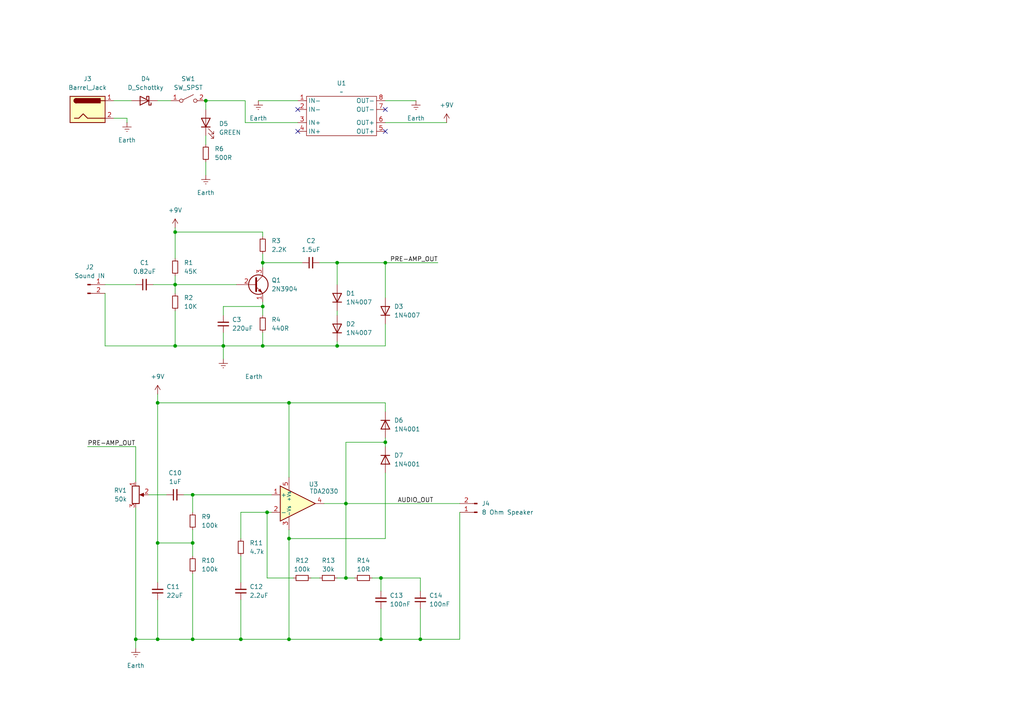
<source format=kicad_sch>
(kicad_sch (version 20231120) (generator "eeschema") (generator_version "8.0")
  (paper "A4")
  (lib_symbols
    (symbol "Amplifier_Audio:TDA2030" (pin_names (offset 0.127))
      (property "Reference" "U" (at 3.81 6.35 0))
      (property "Value" "TDA2030" (at 3.81 3.81 0))
      (symbol "TDA2030_0_1"
        (polyline (pts (xy -5.08 5.08) (xy 5.08 0) (xy -5.08 -5.08) (xy -5.08 5.08)) (stroke (width 0.254)) (fill (type background)))
      )
      (symbol "TDA2030_1_1"
        (pin input line (at -7.62 2.54 0) (length 2.54) (name "+") (number "1"))
        (pin input line (at -7.62 -2.54 0) (length 2.54) (name "-") (number "2"))
        (pin power_in line (at -2.54 -7.62 90) (length 3.81) (name "-Vs") (number "3"))
        (pin output line (at 7.62 0 180) (length 2.54) (name "~") (number "4"))
        (pin power_in line (at -2.54 7.62 270) (length 3.81) (name "+Vs") (number "5"))
      )
    )
    (symbol "Connector:Barrel_Jack" (pin_names (offset 1.016))
      (property "Reference" "J" (at 0 5.334 0))
      (property "Value" "Barrel_Jack" (at 0 -5.08 0))
      (symbol "Barrel_Jack_0_1"
        (rectangle (start -5.08 3.81) (end 5.08 -3.81) (stroke (width 0.254)) (fill (type background)))
        (arc (start -3.302 3.175) (mid -3.9343 2.54) (end -3.302 1.905) (stroke (width 0.254)))
        (arc (start -3.302 3.175) (mid -3.9343 2.54) (end -3.302 1.905) (stroke (width 0.254)) (fill (type outline)))
        (polyline (pts (xy 5.08 2.54) (xy 3.81 2.54)) (stroke (width 0.254)))
        (polyline (pts (xy -3.81 -2.54) (xy -2.54 -2.54) (xy -1.27 -1.27) (xy 0 -2.54) (xy 2.54 -2.54) (xy 5.08 -2.54)) (stroke (width 0.254)))
        (rectangle (start 3.683 3.175) (end -3.302 1.905) (stroke (width 0.254)) (fill (type outline)))
      )
      (symbol "Barrel_Jack_1_1"
        (pin passive line (at 7.62 2.54 180) (length 2.54) (name "~") (number "1"))
        (pin passive line (at 7.62 -2.54 180) (length 2.54) (name "~") (number "2"))
      )
    )
    (symbol "Connector:Conn_01x02_Pin" (pin_names (offset 1.016) hide)
      (property "Reference" "J" (at 0 2.54 0))
      (property "Value" "Conn_01x02_Pin" (at 0 -5.08 0))
      (symbol "Conn_01x02_Pin_1_1"
        (polyline (pts (xy 1.27 -2.54) (xy 0.8636 -2.54)) (stroke (width 0.1524)))
        (polyline (pts (xy 1.27 0) (xy 0.8636 0)) (stroke (width 0.1524)))
        (rectangle (start 0.8636 -2.413) (end 0 -2.667) (stroke (width 0.1524)) (fill (type outline)))
        (rectangle (start 0.8636 0.127) (end 0 -0.127) (stroke (width 0.1524)) (fill (type outline)))
        (pin passive line (at 5.08 0 180) (length 3.81) (name "Pin_1") (number "1"))
        (pin passive line (at 5.08 -2.54 180) (length 3.81) (name "Pin_2") (number "2"))
      )
    )
    (symbol "Device:C_Small" (pin_numbers hide) (pin_names (offset 0.254) hide)
      (property "Reference" "C" (at 0.254 1.778 0))
      (property "Value" "C_Small" (at 0.254 -2.032 0))
      (symbol "C_Small_0_1"
        (polyline (pts (xy -1.524 -0.508) (xy 1.524 -0.508)) (stroke (width 0.3302)))
        (polyline (pts (xy -1.524 0.508) (xy 1.524 0.508)) (stroke (width 0.3048)))
      )
      (symbol "C_Small_1_1"
        (pin passive line (at 0 2.54 270) (length 2.032) (name "~") (number "1"))
        (pin passive line (at 0 -2.54 90) (length 2.032) (name "~") (number "2"))
      )
    )
    (symbol "Device:D_Schottky" (pin_numbers hide) (pin_names (offset 1.016) hide)
      (property "Reference" "D" (at 0 2.54 0))
      (property "Value" "D_Schottky" (at 0 -2.54 0))
      (symbol "D_Schottky_0_1"
        (polyline (pts (xy 1.27 0) (xy -1.27 0)))
        (polyline (pts (xy 1.27 1.27) (xy 1.27 -1.27) (xy -1.27 0) (xy 1.27 1.27)) (stroke (width 0.254)))
        (polyline (pts (xy -1.905 0.635) (xy -1.905 1.27) (xy -1.27 1.27) (xy -1.27 -1.27) (xy -0.635 -1.27) (xy -0.635 -0.635)) (stroke (width 0.254)))
      )
      (symbol "D_Schottky_1_1"
        (pin passive line (at -3.81 0 0) (length 2.54) (name "K") (number "1"))
        (pin passive line (at 3.81 0 180) (length 2.54) (name "A") (number "2"))
      )
    )
    (symbol "Device:LED" (pin_numbers hide) (pin_names (offset 1.016) hide)
      (property "Reference" "D" (at 0 2.54 0))
      (property "Value" "LED" (at 0 -2.54 0))
      (symbol "LED_0_1"
        (polyline (pts (xy -1.27 -1.27) (xy -1.27 1.27)) (stroke (width 0.254)))
        (polyline (pts (xy -1.27 0) (xy 1.27 0)))
        (polyline (pts (xy 1.27 -1.27) (xy 1.27 1.27) (xy -1.27 0) (xy 1.27 -1.27)) (stroke (width 0.254)))
        (polyline (pts (xy -3.048 -0.762) (xy -4.572 -2.286) (xy -3.81 -2.286) (xy -4.572 -2.286) (xy -4.572 -1.524)))
        (polyline (pts (xy -1.778 -0.762) (xy -3.302 -2.286) (xy -2.54 -2.286) (xy -3.302 -2.286) (xy -3.302 -1.524)))
      )
      (symbol "LED_1_1"
        (pin passive line (at -3.81 0 0) (length 2.54) (name "K") (number "1"))
        (pin passive line (at 3.81 0 180) (length 2.54) (name "A") (number "2"))
      )
    )
    (symbol "Device:R_Potentiometer" (pin_names (offset 1.016) hide)
      (property "Reference" "RV" (at -4.445 0 90))
      (property "Value" "R_Potentiometer" (at -2.54 0 90))
      (symbol "R_Potentiometer_0_1"
        (polyline (pts (xy 2.54 0) (xy 1.524 0)))
        (polyline (pts (xy 1.143 0) (xy 2.286 0.508) (xy 2.286 -0.508) (xy 1.143 0)) (fill (type outline)))
        (rectangle (start 1.016 2.54) (end -1.016 -2.54) (stroke (width 0.254)))
      )
      (symbol "R_Potentiometer_1_1"
        (pin passive line (at 0 3.81 270) (length 1.27) (name "1") (number "1"))
        (pin passive line (at 3.81 0 180) (length 1.27) (name "2") (number "2"))
        (pin passive line (at 0 -3.81 90) (length 1.27) (name "3") (number "3"))
      )
    )
    (symbol "Device:R_Small" (pin_numbers hide) (pin_names (offset 0.254) hide)
      (property "Reference" "R" (at 0.762 0.508 0))
      (property "Value" "R_Small" (at 0.762 -1.016 0))
      (symbol "R_Small_0_1"
        (rectangle (start -0.762 1.778) (end 0.762 -1.778) (stroke (width 0.2032)))
      )
      (symbol "R_Small_1_1"
        (pin passive line (at 0 2.54 270) (length 0.762) (name "~") (number "1"))
        (pin passive line (at 0 -2.54 90) (length 0.762) (name "~") (number "2"))
      )
    )
    (symbol "Diode:1N4001" (pin_numbers hide) (pin_names hide)
      (property "Reference" "D" (at 0 2.54 0))
      (property "Value" "1N4001" (at 0 -2.54 0))
      (symbol "1N4001_0_1"
        (polyline (pts (xy -1.27 1.27) (xy -1.27 -1.27)) (stroke (width 0.254)))
        (polyline (pts (xy 1.27 0) (xy -1.27 0)))
        (polyline (pts (xy 1.27 1.27) (xy 1.27 -1.27) (xy -1.27 0) (xy 1.27 1.27)) (stroke (width 0.254)))
      )
      (symbol "1N4001_1_1"
        (pin passive line (at -3.81 0 0) (length 2.54) (name "K") (number "1"))
        (pin passive line (at 3.81 0 180) (length 2.54) (name "A") (number "2"))
      )
    )
    (symbol "Diode:1N4007" (pin_numbers hide) (pin_names hide)
      (property "Reference" "D" (at 0 2.54 0))
      (property "Value" "1N4007" (at 0 -2.54 0))
      (symbol "1N4007_0_1"
        (polyline (pts (xy -1.27 1.27) (xy -1.27 -1.27)) (stroke (width 0.254)))
        (polyline (pts (xy 1.27 0) (xy -1.27 0)))
        (polyline (pts (xy 1.27 1.27) (xy 1.27 -1.27) (xy -1.27 0) (xy 1.27 1.27)) (stroke (width 0.254)))
      )
      (symbol "1N4007_1_1"
        (pin passive line (at -3.81 0 0) (length 2.54) (name "K") (number "1"))
        (pin passive line (at 3.81 0 180) (length 2.54) (name "A") (number "2"))
      )
    )
    (symbol "Switch:SW_SPST" (pin_names (offset 0) hide)
      (property "Reference" "SW" (at 0 3.175 0))
      (property "Value" "SW_SPST" (at 0 -2.54 0))
      (symbol "SW_SPST_0_0"
        (circle (center -2.032 0) (radius 0.508))
        (polyline (pts (xy -1.524 0.254) (xy 1.524 1.778)))
        (circle (center 2.032 0) (radius 0.508))
      )
      (symbol "SW_SPST_1_1"
        (pin passive line (at -5.08 0 0) (length 2.54) (name "A") (number "1"))
        (pin passive line (at 5.08 0 180) (length 2.54) (name "B") (number "2"))
      )
    )
    (symbol "Transistor_BJT:2N3904" (pin_names (offset 0) hide)
      (property "Reference" "Q" (at 5.08 1.905 0))
      (property "Value" "2N3904" (at 5.08 0 0))
      (symbol "2N3904_0_1"
        (polyline (pts (xy 0.635 0.635) (xy 2.54 2.54)))
        (polyline (pts (xy 0.635 -0.635) (xy 2.54 -2.54) (xy 2.54 -2.54)))
        (polyline (pts (xy 0.635 1.905) (xy 0.635 -1.905) (xy 0.635 -1.905)) (stroke (width 0.508)))
        (polyline (pts (xy 1.27 -1.778) (xy 1.778 -1.27) (xy 2.286 -2.286) (xy 1.27 -1.778) (xy 1.27 -1.778)) (fill (type outline)))
        (circle (center 1.27 0) (radius 2.8194) (stroke (width 0.254)))
      )
      (symbol "2N3904_1_1"
        (pin passive line (at 2.54 -5.08 90) (length 2.54) (name "E") (number "1"))
        (pin passive line (at -5.08 0 0) (length 5.715) (name "B") (number "2"))
        (pin passive line (at 2.54 5.08 270) (length 2.54) (name "C") (number "3"))
      )
    )
    (symbol "my-modules:MP1584_BUCK_MODULE"
      (property "Reference" "U" (at 9.906 1.016 0))
      (symbol "MP1584_BUCK_MODULE_0_1"
        (rectangle (start 0 0) (end 20.32 -11.43))
      )
      (symbol "MP1584_BUCK_MODULE_1_1"
        (pin input line (at -2.54 -1.27 0) (length 2.54) (name "IN-") (number "1"))
        (pin input line (at -2.54 -3.81 0) (length 2.54) (name "IN-") (number "2"))
        (pin input line (at -2.54 -7.62 0) (length 2.54) (name "IN+") (number "3"))
        (pin input line (at -2.54 -10.16 0) (length 2.54) (name "IN+") (number "4"))
        (pin input line (at 22.86 -10.16 180) (length 2.54) (name "OUT+") (number "5"))
        (pin input line (at 22.86 -7.62 180) (length 2.54) (name "OUT+") (number "6"))
        (pin input line (at 22.86 -3.81 180) (length 2.54) (name "OUT-") (number "7"))
        (pin input line (at 22.86 -1.27 180) (length 2.54) (name "OUT-") (number "8"))
      )
    )
    (symbol "power:+9V" (power) (pin_numbers hide) (pin_names (offset 0) hide)
      (property "Value" "+9V" (at 0 3.556 0))
      (symbol "+9V_0_1"
        (polyline (pts (xy -0.762 1.27) (xy 0 2.54)))
        (polyline (pts (xy 0 0) (xy 0 2.54)))
        (polyline (pts (xy 0 2.54) (xy 0.762 1.27)))
      )
      (symbol "+9V_1_1"
        (pin power_in line (at 0 0 90) (length 0) (name "~") (number "1"))
      )
    )
    (symbol "power:Earth" (power) (pin_numbers hide) (pin_names (offset 0) hide)
      (property "Value" "Earth" (at 0 -3.81 0))
      (symbol "Earth_0_1"
        (polyline (pts (xy -0.635 -1.905) (xy 0.635 -1.905)))
        (polyline (pts (xy -0.127 -2.54) (xy 0.127 -2.54)))
        (polyline (pts (xy 0 -1.27) (xy 0 0)))
        (polyline (pts (xy 1.27 -1.27) (xy -1.27 -1.27)))
      )
      (symbol "Earth_1_1"
        (pin power_in line (at 0 0 270) (length 0) (name "~") (number "1"))
      )
    )
  )
  (junction (at 76.2 100.33))
  (junction (at 100.33 146.05))
  (junction (at 83.82 156.21))
  (junction (at 45.72 157.48))
  (junction (at 50.8 100.33))
  (junction (at 83.82 116.84))
  (junction (at 111.76 76.2))
  (junction (at 97.79 100.33))
  (junction (at 45.72 185.42))
  (junction (at 76.2 88.9))
  (junction (at 55.88 185.42))
  (junction (at 55.88 143.51))
  (junction (at 45.72 116.84))
  (junction (at 97.79 76.2))
  (junction (at 69.85 185.42))
  (junction (at 77.47 148.59))
  (junction (at 76.2 76.2))
  (junction (at 64.77 100.33))
  (junction (at 39.37 185.42))
  (junction (at 83.82 185.42))
  (junction (at 100.33 167.64))
  (junction (at 55.88 157.48))
  (junction (at 110.49 185.42))
  (junction (at 110.49 167.64))
  (junction (at 59.69 29.21))
  (junction (at 50.8 67.31))
  (junction (at 50.8 82.55))
  (junction (at 121.92 185.42))
  (junction (at 111.76 128.27))
  (no_connect (at 111.76 31.75))
  (no_connect (at 86.36 31.75))
  (no_connect (at 111.76 38.1))
  (no_connect (at 86.36 38.1))
  (wire (pts (xy 36.83 35.56) (xy 36.83 34.29)))
  (wire (pts (xy 50.8 67.31) (xy 50.8 74.93)))
  (wire (pts (xy 44.45 82.55) (xy 50.8 82.55)))
  (wire (pts (xy 50.8 82.55) (xy 50.8 85.09)))
  (wire (pts (xy 59.69 46.99) (xy 59.69 50.8)))
  (wire (pts (xy 77.47 148.59) (xy 78.74 148.59)))
  (wire (pts (xy 45.72 173.99) (xy 45.72 185.42)))
  (wire (pts (xy 111.76 35.56) (xy 129.54 35.56)))
  (wire (pts (xy 111.76 128.27) (xy 100.33 128.27)))
  (wire (pts (xy 111.76 100.33) (xy 97.79 100.33)))
  (wire (pts (xy 93.98 146.05) (xy 100.33 146.05)))
  (wire (pts (xy 76.2 76.2) (xy 76.2 77.47)))
  (wire (pts (xy 39.37 147.32) (xy 39.37 185.42)))
  (wire (pts (xy 39.37 185.42) (xy 39.37 187.96)))
  (wire (pts (xy 69.85 185.42) (xy 55.88 185.42)))
  (wire (pts (xy 55.88 166.37) (xy 55.88 185.42)))
  (wire (pts (xy 83.82 153.67) (xy 83.82 156.21)))
  (wire (pts (xy 133.35 148.59) (xy 133.35 185.42)))
  (wire (pts (xy 110.49 171.45) (xy 110.49 167.64)))
  (wire (pts (xy 50.8 82.55) (xy 68.58 82.55)))
  (wire (pts (xy 100.33 128.27) (xy 100.33 146.05)))
  (wire (pts (xy 90.17 167.64) (xy 92.71 167.64)))
  (wire (pts (xy 111.76 119.38) (xy 111.76 116.84)))
  (wire (pts (xy 111.76 128.27) (xy 111.76 129.54)))
  (wire (pts (xy 50.8 90.17) (xy 50.8 100.33)))
  (wire (pts (xy 69.85 156.21) (xy 69.85 148.59)))
  (wire (pts (xy 83.82 156.21) (xy 83.82 185.42)))
  (wire (pts (xy 69.85 148.59) (xy 77.47 148.59)))
  (wire (pts (xy 71.12 29.21) (xy 71.12 35.56)))
  (wire (pts (xy 64.77 91.44) (xy 64.77 88.9)))
  (wire (pts (xy 77.47 167.64) (xy 77.47 148.59)))
  (wire (pts (xy 43.18 143.51) (xy 48.26 143.51)))
  (wire (pts (xy 76.2 87.63) (xy 76.2 88.9)))
  (wire (pts (xy 111.76 29.21) (xy 120.65 29.21)))
  (wire (pts (xy 69.85 161.29) (xy 69.85 168.91)))
  (wire (pts (xy 83.82 116.84) (xy 45.72 116.84)))
  (wire (pts (xy 59.69 39.37) (xy 59.69 41.91)))
  (wire (pts (xy 110.49 176.53) (xy 110.49 185.42)))
  (wire (pts (xy 45.72 157.48) (xy 55.88 157.48)))
  (wire (pts (xy 45.72 116.84) (xy 45.72 157.48)))
  (wire (pts (xy 64.77 100.33) (xy 64.77 104.14)))
  (wire (pts (xy 111.76 116.84) (xy 83.82 116.84)))
  (wire (pts (xy 121.92 167.64) (xy 110.49 167.64)))
  (wire (pts (xy 74.93 29.21) (xy 86.36 29.21)))
  (wire (pts (xy 121.92 185.42) (xy 110.49 185.42)))
  (wire (pts (xy 30.48 100.33) (xy 50.8 100.33)))
  (wire (pts (xy 50.8 66.04) (xy 50.8 67.31)))
  (wire (pts (xy 30.48 82.55) (xy 39.37 82.55)))
  (wire (pts (xy 83.82 116.84) (xy 83.82 138.43)))
  (wire (pts (xy 36.83 34.29) (xy 33.02 34.29)))
  (wire (pts (xy 64.77 96.52) (xy 64.77 100.33)))
  (wire (pts (xy 111.76 137.16) (xy 111.76 156.21)))
  (wire (pts (xy 59.69 29.21) (xy 71.12 29.21)))
  (wire (pts (xy 49.53 29.21) (xy 45.72 29.21)))
  (wire (pts (xy 100.33 146.05) (xy 100.33 167.64)))
  (wire (pts (xy 97.79 167.64) (xy 100.33 167.64)))
  (wire (pts (xy 59.69 31.75) (xy 59.69 29.21)))
  (wire (pts (xy 100.33 146.05) (xy 133.35 146.05)))
  (wire (pts (xy 76.2 73.66) (xy 76.2 76.2)))
  (wire (pts (xy 111.76 76.2) (xy 97.79 76.2)))
  (wire (pts (xy 121.92 171.45) (xy 121.92 167.64)))
  (wire (pts (xy 39.37 185.42) (xy 45.72 185.42)))
  (wire (pts (xy 111.76 86.36) (xy 111.76 76.2)))
  (wire (pts (xy 45.72 114.3) (xy 45.72 116.84)))
  (wire (pts (xy 97.79 99.06) (xy 97.79 100.33)))
  (wire (pts (xy 25.4 129.54) (xy 39.37 129.54)))
  (wire (pts (xy 55.88 157.48) (xy 55.88 161.29)))
  (wire (pts (xy 39.37 139.7) (xy 39.37 129.54)))
  (wire (pts (xy 111.76 93.98) (xy 111.76 100.33)))
  (wire (pts (xy 97.79 76.2) (xy 92.71 76.2)))
  (wire (pts (xy 71.12 35.56) (xy 86.36 35.56)))
  (wire (pts (xy 76.2 88.9) (xy 76.2 91.44)))
  (wire (pts (xy 69.85 173.99) (xy 69.85 185.42)))
  (wire (pts (xy 76.2 68.58) (xy 76.2 67.31)))
  (wire (pts (xy 97.79 82.55) (xy 97.79 76.2)))
  (wire (pts (xy 45.72 185.42) (xy 55.88 185.42)))
  (wire (pts (xy 85.09 167.64) (xy 77.47 167.64)))
  (wire (pts (xy 100.33 167.64) (xy 102.87 167.64)))
  (wire (pts (xy 110.49 167.64) (xy 107.95 167.64)))
  (wire (pts (xy 45.72 168.91) (xy 45.72 157.48)))
  (wire (pts (xy 64.77 100.33) (xy 76.2 100.33)))
  (wire (pts (xy 50.8 80.01) (xy 50.8 82.55)))
  (wire (pts (xy 121.92 176.53) (xy 121.92 185.42)))
  (wire (pts (xy 97.79 100.33) (xy 76.2 100.33)))
  (wire (pts (xy 50.8 100.33) (xy 64.77 100.33)))
  (wire (pts (xy 111.76 156.21) (xy 83.82 156.21)))
  (wire (pts (xy 110.49 185.42) (xy 83.82 185.42)))
  (wire (pts (xy 53.34 143.51) (xy 55.88 143.51)))
  (wire (pts (xy 55.88 143.51) (xy 55.88 148.59)))
  (wire (pts (xy 111.76 76.2) (xy 127 76.2)))
  (wire (pts (xy 55.88 143.51) (xy 78.74 143.51)))
  (wire (pts (xy 97.79 90.17) (xy 97.79 91.44)))
  (wire (pts (xy 76.2 67.31) (xy 50.8 67.31)))
  (wire (pts (xy 64.77 88.9) (xy 76.2 88.9)))
  (wire (pts (xy 76.2 76.2) (xy 87.63 76.2)))
  (wire (pts (xy 33.02 29.21) (xy 38.1 29.21)))
  (wire (pts (xy 111.76 127) (xy 111.76 128.27)))
  (wire (pts (xy 133.35 185.42) (xy 121.92 185.42)))
  (wire (pts (xy 83.82 185.42) (xy 69.85 185.42)))
  (wire (pts (xy 76.2 96.52) (xy 76.2 100.33)))
  (wire (pts (xy 55.88 153.67) (xy 55.88 157.48)))
  (wire (pts (xy 30.48 85.09) (xy 30.48 100.33)))
  (label "AUDIO_OUT" (at 125.73 146.05 180))
  (label "PRE-AMP_OUT" (at 127 76.2 180))
  (label "PRE-AMP_OUT" (at 25.4 129.54 0))
  (symbol (lib_id "Diode:1N4001") (at 111.76 133.35 270) (unit 1)
    (property "Reference" "D7" (at 114.3 132.0799 90) (effects (justify left)))
    (property "Value" "1N4001" (at 114.3 134.6199 90) (effects (justify left)))
    (property "Footprint" "Diode_THT:D_DO-41_SOD81_P10.16mm_Horizontal" (effects (hide yes)))
    (property "Datasheet" "http://www.vishay.com/docs/88503/1n4001.pdf" (effects (hide yes)))
    (property "Description" "50V 1A General Purpose Rectifier Diode, DO-41" (effects (hide yes)))
    (property "Sim.Device" "D" (effects (hide yes)))
    (property "Sim.Pins" "1=K 2=A" (effects (hide yes)))
  )
  (symbol (lib_id "power:+9V") (at 50.8 66.04 0) (unit 1)
    (property "Reference" "#PWR02" (effects (hide yes)))
    (property "Value" "+9V" (at 50.8 60.96 0))
    (property "Description" "Power symbol creates a global label with name \"+9V\"" (effects (hide yes)))
  )
  (symbol (lib_id "Device:C_Small") (at 45.72 171.45 180) (unit 1)
    (property "Reference" "C11" (at 48.26 170.1735 0) (effects (justify right)))
    (property "Value" "22uF" (at 48.26 172.7135 0) (effects (justify right)))
    (property "Footprint" "Capacitor_THT:CP_Radial_D5.0mm_P2.50mm" (effects (hide yes)))
    (property "Description" "Unpolarized capacitor, small symbol" (effects (hide yes)))
  )
  (symbol (lib_id "Device:C_Small") (at 64.77 93.98 180) (unit 1)
    (property "Reference" "C3" (at 67.31 92.7035 0) (effects (justify right)))
    (property "Value" "220uF" (at 67.31 95.2435 0) (effects (justify right)))
    (property "Footprint" "Capacitor_THT:CP_Radial_D5.0mm_P2.50mm" (effects (hide yes)))
    (property "Description" "Unpolarized capacitor, small symbol" (effects (hide yes)))
  )
  (symbol (lib_id "Connector:Conn_01x02_Pin") (at 25.4 82.55 0) (unit 1)
    (property "Reference" "J2" (at 26.035 77.47 0))
    (property "Value" "Sound IN" (at 26.035 80.01 0))
    (property "Footprint" "Connector_PinHeader_2.54mm:PinHeader_1x02_P2.54mm_Vertical" (effects (hide yes)))
    (property "Description" "Generic connector, single row, 01x02, script generated" (effects (hide yes)))
  )
  (symbol (lib_id "Device:R_Small") (at 55.88 151.13 0) (unit 1)
    (property "Reference" "R9" (at 58.42 149.8599 0) (effects (justify left)))
    (property "Value" "100k" (at 58.42 152.3999 0) (effects (justify left)))
    (property "Footprint" "Resistor_THT:R_Axial_DIN0411_L9.9mm_D3.6mm_P20.32mm_Horizontal" (effects (hide yes)))
    (property "Description" "Resistor, small symbol" (effects (hide yes)))
  )
  (symbol (lib_id "power:Earth") (at 74.93 29.21 0) (unit 1)
    (property "Reference" "#PWR04" (effects (hide yes)))
    (property "Value" "Earth" (at 74.93 34.29 0))
    (property "Description" "Power symbol creates a global label with name \"Earth\"" (effects (hide yes)))
  )
  (symbol (lib_id "Device:R_Small") (at 87.63 167.64 90) (unit 1)
    (property "Reference" "R12" (at 87.63 162.56 90))
    (property "Value" "100k" (at 87.63 165.1 90))
    (property "Footprint" "Resistor_THT:R_Axial_DIN0411_L9.9mm_D3.6mm_P20.32mm_Horizontal" (effects (hide yes)))
    (property "Description" "Resistor, small symbol" (effects (hide yes)))
  )
  (symbol (lib_id "power:Earth") (at 120.65 29.21 0) (unit 1)
    (property "Reference" "#PWR05" (effects (hide yes)))
    (property "Value" "Earth" (at 120.65 34.29 0))
    (property "Description" "Power symbol creates a global label with name \"Earth\"" (effects (hide yes)))
  )
  (symbol (lib_id "Amplifier_Audio:TDA2030") (at 86.36 146.05 0) (unit 1)
    (property "Reference" "U3" (at 90.932 140.462 0))
    (property "Value" "TDA2030" (at 93.98 142.494 0))
    (property "Footprint" "Package_TO_SOT_THT:TO-220-5_P3.4x3.7mm_StaggerOdd_Lead3.8mm_Vertical" (effects (hide yes)))
    (property "Datasheet" "http://www.st.com/resource/en/datasheet/cd00000128.pdf" (effects (hide yes)))
    (property "Description" "14W Hi-Fi Audio Amplifier, TO-220-5" (effects (hide yes)))
  )
  (symbol (lib_id "Device:D_Schottky") (at 41.91 29.21 180) (unit 1)
    (property "Reference" "D4" (at 42.2275 22.86 0))
    (property "Value" "D_Schottky" (at 42.2275 25.4 0))
    (property "Footprint" "Diode_THT:D_DO-41_SOD81_P10.16mm_Horizontal" (effects (hide yes)))
    (property "Description" "Schottky diode" (effects (hide yes)))
  )
  (symbol (lib_id "Device:R_Potentiometer") (at 39.37 143.51 0) (unit 1)
    (property "Reference" "RV1" (at 36.83 142.2399 0) (effects (justify right)))
    (property "Value" "50k" (at 36.83 144.7799 0) (effects (justify right)))
    (property "Footprint" "Potentiometer_THT:Potentiometer_Bourns_3386C_Horizontal" (effects (hide yes)))
    (property "Description" "Potentiometer" (effects (hide yes)))
  )
  (symbol (lib_id "power:Earth") (at 39.37 187.96 0) (unit 1)
    (property "Reference" "#PWR011" (effects (hide yes)))
    (property "Value" "Earth" (at 39.37 193.04 0))
    (property "Description" "Power symbol creates a global label with name \"Earth\"" (effects (hide yes)))
  )
  (symbol (lib_id "Device:R_Small") (at 55.88 163.83 0) (unit 1)
    (property "Reference" "R10" (at 58.42 162.5599 0) (effects (justify left)))
    (property "Value" "100k" (at 58.42 165.0999 0) (effects (justify left)))
    (property "Footprint" "Resistor_THT:R_Axial_DIN0411_L9.9mm_D3.6mm_P20.32mm_Horizontal" (effects (hide yes)))
    (property "Description" "Resistor, small symbol" (effects (hide yes)))
  )
  (symbol (lib_id "Device:C_Small") (at 121.92 173.99 180) (unit 1)
    (property "Reference" "C14" (at 124.46 172.7135 0) (effects (justify right)))
    (property "Value" "100nF" (at 124.46 175.2535 0) (effects (justify right)))
    (property "Footprint" "Capacitor_THT:CP_Radial_D5.0mm_P2.50mm" (effects (hide yes)))
    (property "Description" "Unpolarized capacitor, small symbol" (effects (hide yes)))
  )
  (symbol (lib_id "Device:R_Small") (at 50.8 77.47 0) (unit 1)
    (property "Reference" "R1" (at 53.34 76.1999 0) (effects (justify left)))
    (property "Value" "45K" (at 53.34 78.7399 0) (effects (justify left)))
    (property "Footprint" "Resistor_THT:R_Axial_DIN0411_L9.9mm_D3.6mm_P20.32mm_Horizontal" (effects (hide yes)))
    (property "Description" "Resistor, small symbol" (effects (hide yes)))
  )
  (symbol (lib_id "Device:R_Small") (at 76.2 71.12 0) (unit 1)
    (property "Reference" "R3" (at 78.74 69.8499 0) (effects (justify left)))
    (property "Value" "2.2K" (at 78.74 72.3899 0) (effects (justify left)))
    (property "Footprint" "Resistor_THT:R_Axial_DIN0411_L9.9mm_D3.6mm_P20.32mm_Horizontal" (effects (hide yes)))
    (property "Description" "Resistor, small symbol" (effects (hide yes)))
  )
  (symbol (lib_id "Device:R_Small") (at 95.25 167.64 90) (unit 1)
    (property "Reference" "R13" (at 95.25 162.56 90))
    (property "Value" "30k" (at 95.25 165.1 90))
    (property "Footprint" "Resistor_THT:R_Axial_DIN0411_L9.9mm_D3.6mm_P20.32mm_Horizontal" (effects (hide yes)))
    (property "Description" "Resistor, small symbol" (effects (hide yes)))
  )
  (symbol (lib_id "Device:C_Small") (at 69.85 171.45 180) (unit 1)
    (property "Reference" "C12" (at 72.39 170.1735 0) (effects (justify right)))
    (property "Value" "2.2uF" (at 72.39 172.7135 0) (effects (justify right)))
    (property "Footprint" "Capacitor_THT:CP_Radial_D5.0mm_P2.50mm" (effects (hide yes)))
    (property "Description" "Unpolarized capacitor, small symbol" (effects (hide yes)))
  )
  (symbol (lib_id "Device:R_Small") (at 50.8 87.63 0) (unit 1)
    (property "Reference" "R2" (at 53.34 86.3599 0) (effects (justify left)))
    (property "Value" "10K" (at 53.34 88.8999 0) (effects (justify left)))
    (property "Footprint" "Resistor_THT:R_Axial_DIN0411_L9.9mm_D3.6mm_P20.32mm_Horizontal" (effects (hide yes)))
    (property "Description" "Resistor, small symbol" (effects (hide yes)))
  )
  (symbol (lib_id "Device:R_Small") (at 76.2 93.98 0) (unit 1)
    (property "Reference" "R4" (at 78.74 92.7099 0) (effects (justify left)))
    (property "Value" "440R" (at 78.74 95.2499 0) (effects (justify left)))
    (property "Footprint" "Resistor_THT:R_Axial_DIN0411_L9.9mm_D3.6mm_P20.32mm_Horizontal" (effects (hide yes)))
    (property "Description" "Resistor, small symbol" (effects (hide yes)))
  )
  (symbol (lib_id "Device:C_Small") (at 41.91 82.55 90) (unit 1)
    (property "Reference" "C1" (at 41.9163 76.2 90))
    (property "Value" "0.82uF" (at 41.9163 78.74 90))
    (property "Footprint" "Capacitor_THT:CP_Radial_D5.0mm_P2.50mm" (effects (hide yes)))
    (property "Description" "Unpolarized capacitor, small symbol" (effects (hide yes)))
  )
  (symbol (lib_id "Device:C_Small") (at 110.49 173.99 180) (unit 1)
    (property "Reference" "C13" (at 113.03 172.7135 0) (effects (justify right)))
    (property "Value" "100nF" (at 113.03 175.2535 0) (effects (justify right)))
    (property "Footprint" "Capacitor_THT:CP_Radial_D5.0mm_P2.50mm" (effects (hide yes)))
    (property "Description" "Unpolarized capacitor, small symbol" (effects (hide yes)))
  )
  (symbol (lib_id "Device:C_Small") (at 50.8 143.51 90) (unit 1)
    (property "Reference" "C10" (at 50.8063 137.16 90))
    (property "Value" "1uF" (at 50.8063 139.7 90))
    (property "Footprint" "Capacitor_THT:CP_Radial_D5.0mm_P2.50mm" (effects (hide yes)))
    (property "Description" "Unpolarized capacitor, small symbol" (effects (hide yes)))
  )
  (symbol (lib_id "Device:C_Small") (at 90.17 76.2 90) (unit 1)
    (property "Reference" "C2" (at 90.1763 69.85 90))
    (property "Value" "1.5uF" (at 90.1763 72.39 90))
    (property "Footprint" "Capacitor_THT:CP_Radial_D5.0mm_P2.50mm" (effects (hide yes)))
    (property "Description" "Unpolarized capacitor, small symbol" (effects (hide yes)))
  )
  (symbol (lib_id "Connector:Conn_01x02_Pin") (at 138.43 148.59 180) (unit 1)
    (property "Reference" "J4" (at 139.7 146.0499 0) (effects (justify right)))
    (property "Value" "8 Ohm Speaker" (at 139.7 148.5899 0) (effects (justify right)))
    (property "Footprint" "Connector_PinHeader_2.54mm:PinHeader_1x02_P2.54mm_Vertical" (effects (hide yes)))
    (property "Description" "Generic connector, single row, 01x02, script generated" (effects (hide yes)))
  )
  (symbol (lib_id "Device:R_Small") (at 59.69 44.45 0) (unit 1)
    (property "Reference" "R6" (at 62.23 43.1799 0) (effects (justify left)))
    (property "Value" "500R" (at 62.23 45.7199 0) (effects (justify left)))
    (property "Footprint" "Resistor_THT:R_Axial_DIN0411_L9.9mm_D3.6mm_P20.32mm_Horizontal" (effects (hide yes)))
    (property "Description" "Resistor, small symbol" (effects (hide yes)))
  )
  (symbol (lib_id "power:Earth") (at 64.77 104.14 0) (unit 1)
    (property "Reference" "#PWR01" (effects (hide yes)))
    (property "Value" "Earth" (at 73.66 109.22 0))
    (property "Description" "Power symbol creates a global label with name \"Earth\"" (effects (hide yes)))
  )
  (symbol (lib_id "Device:R_Small") (at 69.85 158.75 0) (unit 1)
    (property "Reference" "R11" (at 72.39 157.4799 0) (effects (justify left)))
    (property "Value" "4.7k" (at 72.39 160.0199 0) (effects (justify left)))
    (property "Footprint" "Resistor_THT:R_Axial_DIN0411_L9.9mm_D3.6mm_P20.32mm_Horizontal" (effects (hide yes)))
    (property "Description" "Resistor, small symbol" (effects (hide yes)))
  )
  (symbol (lib_id "Diode:1N4007") (at 111.76 90.17 90) (unit 1)
    (property "Reference" "D3" (at 114.3 88.8999 90) (effects (justify right)))
    (property "Value" "1N4007" (at 114.3 91.4399 90) (effects (justify right)))
    (property "Footprint" "Diode_THT:D_DO-41_SOD81_P10.16mm_Horizontal" (effects (hide yes)))
    (property "Datasheet" "http://www.vishay.com/docs/88503/1n4001.pdf" (effects (hide yes)))
    (property "Description" "1000V 1A General Purpose Rectifier Diode, DO-41" (effects (hide yes)))
    (property "Sim.Device" "D" (effects (hide yes)))
    (property "Sim.Pins" "1=K 2=A" (effects (hide yes)))
  )
  (symbol (lib_id "Device:LED") (at 59.69 35.56 90) (unit 1)
    (property "Reference" "D5" (at 63.5 35.8774 90) (effects (justify right)))
    (property "Value" "GREEN" (at 63.5 38.4174 90) (effects (justify right)))
    (property "Footprint" "LED_THT:LED_D3.0mm" (effects (hide yes)))
    (property "Description" "Light emitting diode" (effects (hide yes)))
  )
  (symbol (lib_id "Device:R_Small") (at 105.41 167.64 270) (unit 1)
    (property "Reference" "R14" (at 105.41 162.56 90))
    (property "Value" "10R" (at 105.41 165.1 90))
    (property "Footprint" "Resistor_THT:R_Axial_DIN0411_L9.9mm_D3.6mm_P20.32mm_Horizontal" (effects (hide yes)))
    (property "Description" "Resistor, small symbol" (effects (hide yes)))
  )
  (symbol (lib_id "power:Earth") (at 59.69 50.8 0) (unit 1)
    (property "Reference" "#PWR08" (effects (hide yes)))
    (property "Value" "Earth" (at 59.69 55.88 0))
    (property "Description" "Power symbol creates a global label with name \"Earth\"" (effects (hide yes)))
  )
  (symbol (lib_id "my-modules:MP1584_BUCK_MODULE") (at 88.9 27.94 0) (unit 1)
    (property "Reference" "U1" (at 99.06 24.13 0))
    (property "Value" "~" (at 99.06 26.67 0))
    (property "Footprint" "my-modules:MP1584_BUCK_CONVERTER" (effects (hide yes)))
  )
  (symbol (lib_id "Connector:Barrel_Jack") (at 25.4 31.75 0) (unit 1)
    (property "Reference" "J3" (at 25.4 22.86 0))
    (property "Value" "Barrel_Jack" (at 25.4 25.4 0))
    (property "Footprint" "Connector_BarrelJack:BarrelJack_GCT_DCJ200-10-A_Horizontal" (effects (hide yes)))
    (property "Description" "DC Barrel Jack" (effects (hide yes)))
  )
  (symbol (lib_id "Switch:SW_SPST") (at 54.61 29.21 0) (unit 1)
    (property "Reference" "SW1" (at 54.61 22.86 0))
    (property "Value" "SW_SPST" (at 54.61 25.4 0))
    (property "Footprint" "Button_Switch_THT:SW_Slide-03_Wuerth-WS-SLTV_10x2.5x6.4_P2.54mm" (effects (hide yes)))
    (property "Description" "Single Pole Single Throw (SPST) switch" (effects (hide yes)))
  )
  (symbol (lib_id "Diode:1N4001") (at 111.76 123.19 270) (unit 1)
    (property "Reference" "D6" (at 114.3 121.9199 90) (effects (justify left)))
    (property "Value" "1N4001" (at 114.3 124.4599 90) (effects (justify left)))
    (property "Footprint" "Diode_THT:D_DO-41_SOD81_P10.16mm_Horizontal" (effects (hide yes)))
    (property "Datasheet" "http://www.vishay.com/docs/88503/1n4001.pdf" (effects (hide yes)))
    (property "Description" "50V 1A General Purpose Rectifier Diode, DO-41" (effects (hide yes)))
    (property "Sim.Device" "D" (effects (hide yes)))
    (property "Sim.Pins" "1=K 2=A" (effects (hide yes)))
  )
  (symbol (lib_id "power:+9V") (at 45.72 114.3 0) (unit 1)
    (property "Reference" "#PWR03" (effects (hide yes)))
    (property "Value" "+9V" (at 45.72 109.22 0))
    (property "Description" "Power symbol creates a global label with name \"+9V\"" (effects (hide yes)))
  )
  (symbol (lib_id "power:Earth") (at 36.83 35.56 0) (unit 1)
    (property "Reference" "#PWR07" (effects (hide yes)))
    (property "Value" "Earth" (at 36.83 40.64 0))
    (property "Description" "Power symbol creates a global label with name \"Earth\"" (effects (hide yes)))
  )
  (symbol (lib_id "Transistor_BJT:2N3904") (at 73.66 82.55 0) (unit 1)
    (property "Reference" "Q1" (at 78.74 81.2799 0) (effects (justify left)))
    (property "Value" "2N3904" (at 78.74 83.8199 0) (effects (justify left)))
    (property "Footprint" "Package_TO_SOT_THT:TO-92S_Wide" (effects (hide yes)))
    (property "Datasheet" "https://www.onsemi.com/pub/Collateral/2N3903-D.PDF" (effects (hide yes)))
    (property "Description" "0.2A Ic, 40V Vce, Small Signal NPN Transistor, TO-92" (effects (hide yes)))
  )
  (symbol (lib_id "Diode:1N4007") (at 97.79 95.25 90) (unit 1)
    (property "Reference" "D2" (at 100.33 93.9799 90) (effects (justify right)))
    (property "Value" "1N4007" (at 100.33 96.5199 90) (effects (justify right)))
    (property "Footprint" "Diode_THT:D_DO-41_SOD81_P10.16mm_Horizontal" (effects (hide yes)))
    (property "Datasheet" "http://www.vishay.com/docs/88503/1n4001.pdf" (effects (hide yes)))
    (property "Description" "1000V 1A General Purpose Rectifier Diode, DO-41" (effects (hide yes)))
    (property "Sim.Device" "D" (effects (hide yes)))
    (property "Sim.Pins" "1=K 2=A" (effects (hide yes)))
  )
  (symbol (lib_id "power:+9V") (at 129.54 35.56 0) (unit 1)
    (property "Reference" "#PWR06" (effects (hide yes)))
    (property "Value" "+9V" (at 129.54 30.48 0))
    (property "Description" "Power symbol creates a global label with name \"+9V\"" (effects (hide yes)))
  )
  (symbol (lib_id "Diode:1N4007") (at 97.79 86.36 90) (unit 1)
    (property "Reference" "D1" (at 100.33 85.0899 90) (effects (justify right)))
    (property "Value" "1N4007" (at 100.33 87.6299 90) (effects (justify right)))
    (property "Footprint" "Diode_THT:D_DO-41_SOD81_P10.16mm_Horizontal" (effects (hide yes)))
    (property "Datasheet" "http://www.vishay.com/docs/88503/1n4001.pdf" (effects (hide yes)))
    (property "Description" "1000V 1A General Purpose Rectifier Diode, DO-41" (effects (hide yes)))
    (property "Sim.Device" "D" (effects (hide yes)))
    (property "Sim.Pins" "1=K 2=A" (effects (hide yes)))
  )
)
</source>
